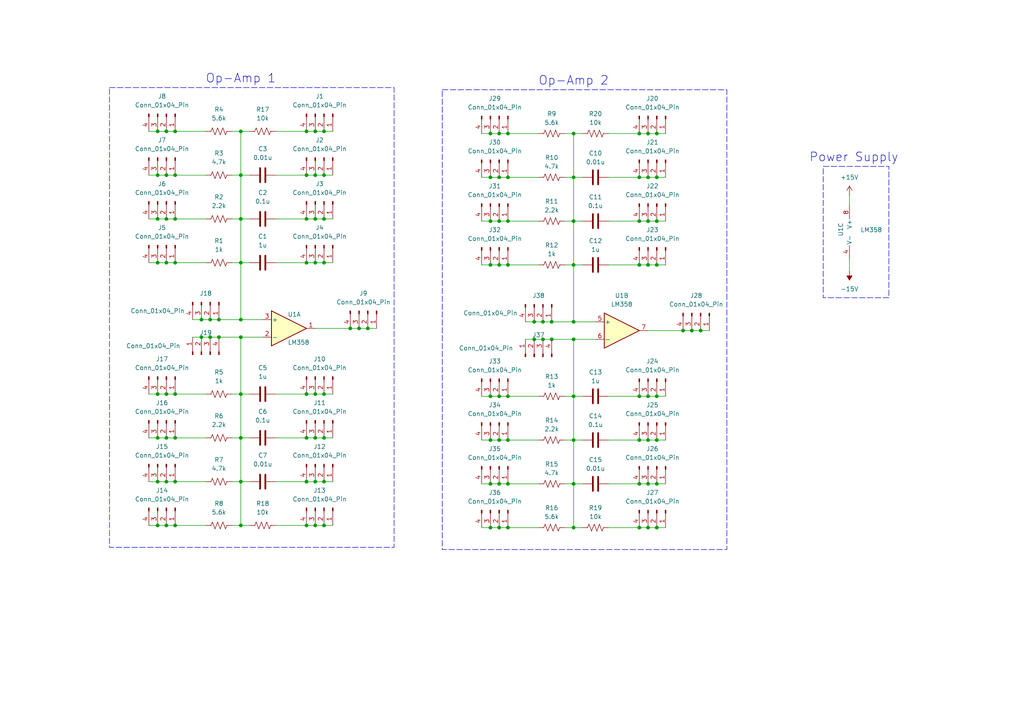
<source format=kicad_sch>
(kicad_sch (version 20250114) (generator "eeschema") (generator_version "9.0")
  (paper "A4")
  (title_block (title "Full Op-Amp"))
  (lib_symbols
    (symbol "Amplifier_Operational:LM358" (pin_names (offset 0.127))
      (property "Reference" "U" (at 0 5.08 0))
      (property "Value" "LM358" (at 0 -5.08 0))
      (symbol "LM358_1_1"
        (polyline (pts (xy -5.08 5.08) (xy 5.08 0) (xy -5.08 -5.08) (xy -5.08 5.08)) (stroke (width 0.254)) (fill (type background)))
        (pin input line (at -7.62 2.54 0) (length 2.54) (name "+") (number "3"))
        (pin input line (at -7.62 -2.54 0) (length 2.54) (name "-") (number "2"))
        (pin output line (at 7.62 0 180) (length 2.54) (name "~") (number "1"))
      )
      (symbol "LM358_2_1"
        (polyline (pts (xy -5.08 5.08) (xy 5.08 0) (xy -5.08 -5.08) (xy -5.08 5.08)) (stroke (width 0.254)) (fill (type background)))
        (pin input line (at -7.62 2.54 0) (length 2.54) (name "+") (number "5"))
        (pin input line (at -7.62 -2.54 0) (length 2.54) (name "-") (number "6"))
        (pin output line (at 7.62 0 180) (length 2.54) (name "~") (number "7"))
      )
      (symbol "LM358_3_1"
        (pin power_in line (at -2.54 7.62 270) (length 3.81) (name "V+") (number "8"))
        (pin power_in line (at -2.54 -7.62 90) (length 3.81) (name "V-") (number "4"))
      )
    )
    (symbol "Connector:Conn_01x04_Pin" (pin_names (offset 1.016) (hide yes))
      (property "Reference" "J" (at 0 5.08 0))
      (property "Value" "Conn_01x04_Pin" (at 0 -7.62 0))
      (symbol "Conn_01x04_Pin_1_1"
        (rectangle (start 0.8636 2.667) (end 0 2.413) (stroke (width 0.1524)) (fill (type outline)))
        (rectangle (start 0.8636 0.127) (end 0 -0.127) (stroke (width 0.1524)) (fill (type outline)))
        (rectangle (start 0.8636 -2.413) (end 0 -2.667) (stroke (width 0.1524)) (fill (type outline)))
        (rectangle (start 0.8636 -4.953) (end 0 -5.207) (stroke (width 0.1524)) (fill (type outline)))
        (polyline (pts (xy 1.27 2.54) (xy 0.8636 2.54)) (stroke (width 0.1524)))
        (polyline (pts (xy 1.27 0) (xy 0.8636 0)) (stroke (width 0.1524)))
        (polyline (pts (xy 1.27 -2.54) (xy 0.8636 -2.54)) (stroke (width 0.1524)))
        (polyline (pts (xy 1.27 -5.08) (xy 0.8636 -5.08)) (stroke (width 0.1524)))
        (pin passive line (at 5.08 2.54 180) (length 3.81) (name "Pin_1") (number "1"))
        (pin passive line (at 5.08 0 180) (length 3.81) (name "Pin_2") (number "2"))
        (pin passive line (at 5.08 -2.54 180) (length 3.81) (name "Pin_3") (number "3"))
        (pin passive line (at 5.08 -5.08 180) (length 3.81) (name "Pin_4") (number "4"))
      )
    )
    (symbol "Device:C" (pin_numbers (hide yes)) (pin_names (offset 0.254))
      (property "Reference" "C" (at 0.635 2.54 0))
      (property "Value" "C" (at 0.635 -2.54 0))
      (symbol "C_0_1"
        (polyline (pts (xy -2.032 0.762) (xy 2.032 0.762)) (stroke (width 0.508)))
        (polyline (pts (xy -2.032 -0.762) (xy 2.032 -0.762)) (stroke (width 0.508)))
      )
      (symbol "C_1_1"
        (pin passive line (at 0 3.81 270) (length 2.794) (name "~") (number "1"))
        (pin passive line (at 0 -3.81 90) (length 2.794) (name "~") (number "2"))
      )
    )
    (symbol "Device:R_US" (pin_numbers (hide yes)) (pin_names (offset 0))
      (property "Reference" "R" (at 2.54 0 90))
      (property "Value" "R_US" (at -2.54 0 90))
      (symbol "R_US_0_1"
        (polyline (pts (xy 0 2.286) (xy 0 2.54)))
        (polyline (pts (xy 0 2.286) (xy 1.016 1.905) (xy 0 1.524) (xy -1.016 1.143) (xy 0 0.762)))
        (polyline (pts (xy 0 0.762) (xy 1.016 0.381) (xy 0 0) (xy -1.016 -0.381) (xy 0 -0.762)))
        (polyline (pts (xy 0 -0.762) (xy 1.016 -1.143) (xy 0 -1.524) (xy -1.016 -1.905) (xy 0 -2.286)))
        (polyline (pts (xy 0 -2.286) (xy 0 -2.54)))
      )
      (symbol "R_US_1_1"
        (pin passive line (at 0 3.81 270) (length 1.27) (name "~") (number "1"))
        (pin passive line (at 0 -3.81 90) (length 1.27) (name "~") (number "2"))
      )
    )
    (symbol "power:+15V" (power) (pin_numbers (hide yes)) (pin_names (offset 0) (hide yes))
      (property "Value" "+15V" (at 0 3.556 0))
      (symbol "+15V_0_1"
        (polyline (pts (xy -0.762 1.27) (xy 0 2.54)))
        (polyline (pts (xy 0 2.54) (xy 0.762 1.27)))
        (polyline (pts (xy 0 0) (xy 0 2.54)))
      )
      (symbol "+15V_1_1"
        (pin power_in line (at 0 0 90) (length 0) (name "~") (number "1"))
      )
    )
    (symbol "power:-15V" (power) (pin_numbers (hide yes)) (pin_names (offset 0) (hide yes))
      (property "Value" "-15V" (at 0 3.556 0))
      (symbol "-15V_0_0"
        (pin power_in line (at 0 0 90) (length 0) (name "~") (number "1"))
      )
      (symbol "-15V_0_1"
        (polyline (pts (xy 0 0) (xy 0 1.27) (xy 0.762 1.27) (xy 0 2.54) (xy -0.762 1.27) (xy 0 1.27)) (fill (type outline)))
      )
    )
  )
  (rectangle (start 31.75 25.4) (end 114.3 158.75) (stroke (width 0) (type dash)))
  (rectangle (start 128.27 26.035) (end 210.82 159.385) (stroke (width 0) (type dash)))
  (rectangle (start 257.81 48.26) (end 238.76 86.36) (stroke (width 0) (type dash)))
  (text "Power Supply\n" (at 247.65 45.72 0) (effects (font (size 2.54 2.54))))
  (text "Op-Amp 1" (at 69.85 22.86 0) (effects (font (size 2.54 2.54))))
  (text "Op-Amp 2\n" (at 166.37 23.495 0) (effects (font (size 2.54 2.54))))
  (junction (at 142.24 38.735))
  (junction (at 91.44 76.2))
  (junction (at 50.8 139.7))
  (junction (at 69.85 127))
  (junction (at 142.24 64.135))
  (junction (at 144.78 76.835))
  (junction (at 185.42 127.635))
  (junction (at 166.37 98.425))
  (junction (at 187.96 127.635))
  (junction (at 45.72 50.8))
  (junction (at 93.98 38.1))
  (junction (at 142.24 127.635))
  (junction (at 187.96 153.035))
  (junction (at 190.5 51.435))
  (junction (at 88.9 63.5))
  (junction (at 69.85 38.1))
  (junction (at 200.66 95.885))
  (junction (at 166.37 127.635))
  (junction (at 88.9 114.3))
  (junction (at 58.42 97.79))
  (junction (at 88.9 50.8))
  (junction (at 166.37 140.335))
  (junction (at 91.44 50.8))
  (junction (at 166.37 76.835))
  (junction (at 187.96 76.835))
  (junction (at 60.96 97.79))
  (junction (at 48.26 114.3))
  (junction (at 93.98 139.7))
  (junction (at 50.8 38.1))
  (junction (at 166.37 64.135))
  (junction (at 91.44 38.1))
  (junction (at 144.78 127.635))
  (junction (at 190.5 153.035))
  (junction (at 88.9 38.1))
  (junction (at 142.24 114.935))
  (junction (at 190.5 114.935))
  (junction (at 48.26 50.8))
  (junction (at 69.85 139.7))
  (junction (at 91.44 63.5))
  (junction (at 88.9 139.7))
  (junction (at 166.37 51.435))
  (junction (at 48.26 76.2))
  (junction (at 69.85 63.5))
  (junction (at 50.8 63.5))
  (junction (at 45.72 152.4))
  (junction (at 48.26 38.1))
  (junction (at 48.26 139.7))
  (junction (at 144.78 153.035))
  (junction (at 106.68 95.25))
  (junction (at 147.32 114.935))
  (junction (at 187.96 114.935))
  (junction (at 147.32 64.135))
  (junction (at 45.72 63.5))
  (junction (at 147.32 38.735))
  (junction (at 69.85 97.79))
  (junction (at 48.26 152.4))
  (junction (at 154.94 93.345))
  (junction (at 93.98 76.2))
  (junction (at 187.96 51.435))
  (junction (at 142.24 76.835))
  (junction (at 88.9 76.2))
  (junction (at 190.5 64.135))
  (junction (at 45.72 127))
  (junction (at 160.02 98.425))
  (junction (at 187.96 64.135))
  (junction (at 157.48 93.345))
  (junction (at 190.5 76.835))
  (junction (at 101.6 95.25))
  (junction (at 93.98 63.5))
  (junction (at 69.85 152.4))
  (junction (at 147.32 76.835))
  (junction (at 187.96 38.735))
  (junction (at 144.78 140.335))
  (junction (at 166.37 153.035))
  (junction (at 166.37 93.345))
  (junction (at 147.32 153.035))
  (junction (at 91.44 152.4))
  (junction (at 63.5 97.79))
  (junction (at 88.9 127))
  (junction (at 93.98 50.8))
  (junction (at 198.12 95.885))
  (junction (at 88.9 152.4))
  (junction (at 93.98 127))
  (junction (at 185.42 140.335))
  (junction (at 48.26 63.5))
  (junction (at 69.85 76.2))
  (junction (at 69.85 50.8))
  (junction (at 63.5 92.71))
  (junction (at 69.85 92.71))
  (junction (at 154.94 98.425))
  (junction (at 69.85 114.3))
  (junction (at 190.5 140.335))
  (junction (at 45.72 76.2))
  (junction (at 185.42 114.935))
  (junction (at 185.42 64.135))
  (junction (at 93.98 114.3))
  (junction (at 166.37 114.935))
  (junction (at 142.24 51.435))
  (junction (at 45.72 139.7))
  (junction (at 50.8 152.4))
  (junction (at 60.96 92.71))
  (junction (at 93.98 152.4))
  (junction (at 142.24 153.035))
  (junction (at 147.32 51.435))
  (junction (at 157.48 98.425))
  (junction (at 185.42 153.035))
  (junction (at 58.42 92.71))
  (junction (at 160.02 93.345))
  (junction (at 142.24 140.335))
  (junction (at 91.44 127))
  (junction (at 190.5 127.635))
  (junction (at 144.78 51.435))
  (junction (at 104.14 95.25))
  (junction (at 48.26 127))
  (junction (at 50.8 50.8))
  (junction (at 144.78 38.735))
  (junction (at 45.72 38.1))
  (junction (at 147.32 127.635))
  (junction (at 91.44 114.3))
  (junction (at 166.37 38.735))
  (junction (at 50.8 127))
  (junction (at 144.78 114.935))
  (junction (at 45.72 114.3))
  (junction (at 203.2 95.885))
  (junction (at 187.96 140.335))
  (junction (at 190.5 38.735))
  (junction (at 50.8 76.2))
  (junction (at 185.42 51.435))
  (junction (at 185.42 76.835))
  (junction (at 144.78 64.135))
  (junction (at 91.44 139.7))
  (junction (at 50.8 114.3))
  (junction (at 147.32 140.335))
  (junction (at 185.42 38.735))
  (wire (pts (xy 69.85 92.71) (xy 76.2 92.71)))
  (wire (pts (xy 45.72 63.5) (xy 48.26 63.5)))
  (wire (pts (xy 176.53 64.135) (xy 185.42 64.135)))
  (wire (pts (xy 67.31 152.4) (xy 69.85 152.4)))
  (wire (pts (xy 144.78 153.035) (xy 147.32 153.035)))
  (wire (pts (xy 50.8 127) (xy 59.69 127)))
  (wire (pts (xy 176.53 114.935) (xy 185.42 114.935)))
  (wire (pts (xy 246.38 78.74) (xy 246.38 74.93)))
  (wire (pts (xy 185.42 64.135) (xy 187.96 64.135)))
  (wire (pts (xy 43.18 139.7) (xy 45.72 139.7)))
  (wire (pts (xy 43.18 127) (xy 45.72 127)))
  (wire (pts (xy 147.32 38.735) (xy 156.21 38.735)))
  (wire (pts (xy 190.5 76.835) (xy 193.04 76.835)))
  (wire (pts (xy 139.7 51.435) (xy 142.24 51.435)))
  (wire (pts (xy 187.96 76.835) (xy 190.5 76.835)))
  (wire (pts (xy 147.32 140.335) (xy 156.21 140.335)))
  (wire (pts (xy 48.26 38.1) (xy 50.8 38.1)))
  (wire (pts (xy 67.31 76.2) (xy 69.85 76.2)))
  (wire (pts (xy 166.37 76.835) (xy 168.91 76.835)))
  (wire (pts (xy 80.01 139.7) (xy 88.9 139.7)))
  (wire (pts (xy 60.96 97.79) (xy 63.5 97.79)))
  (wire (pts (xy 67.31 50.8) (xy 69.85 50.8)))
  (wire (pts (xy 163.83 76.835) (xy 166.37 76.835)))
  (wire (pts (xy 163.83 38.735) (xy 166.37 38.735)))
  (wire (pts (xy 187.96 64.135) (xy 190.5 64.135)))
  (wire (pts (xy 139.7 140.335) (xy 142.24 140.335)))
  (wire (pts (xy 69.85 63.5) (xy 72.39 63.5)))
  (wire (pts (xy 91.44 50.8) (xy 93.98 50.8)))
  (wire (pts (xy 80.01 114.3) (xy 88.9 114.3)))
  (wire (pts (xy 58.42 97.79) (xy 60.96 97.79)))
  (wire (pts (xy 203.2 95.885) (xy 205.74 95.885)))
  (wire (pts (xy 185.42 140.335) (xy 187.96 140.335)))
  (wire (pts (xy 67.31 38.1) (xy 69.85 38.1)))
  (wire (pts (xy 142.24 51.435) (xy 144.78 51.435)))
  (wire (pts (xy 69.85 114.3) (xy 72.39 114.3)))
  (wire (pts (xy 190.5 64.135) (xy 193.04 64.135)))
  (wire (pts (xy 144.78 38.735) (xy 147.32 38.735)))
  (wire (pts (xy 144.78 127.635) (xy 147.32 127.635)))
  (wire (pts (xy 190.5 127.635) (xy 193.04 127.635)))
  (wire (pts (xy 166.37 140.335) (xy 166.37 153.035)))
  (wire (pts (xy 187.96 95.885) (xy 198.12 95.885)))
  (wire (pts (xy 69.85 127) (xy 72.39 127)))
  (wire (pts (xy 142.24 64.135) (xy 144.78 64.135)))
  (wire (pts (xy 185.42 51.435) (xy 187.96 51.435)))
  (wire (pts (xy 190.5 51.435) (xy 193.04 51.435)))
  (wire (pts (xy 163.83 51.435) (xy 166.37 51.435)))
  (wire (pts (xy 67.31 114.3) (xy 69.85 114.3)))
  (wire (pts (xy 88.9 38.1) (xy 91.44 38.1)))
  (wire (pts (xy 200.66 95.885) (xy 203.2 95.885)))
  (wire (pts (xy 185.42 127.635) (xy 187.96 127.635)))
  (wire (pts (xy 160.02 98.425) (xy 166.37 98.425)))
  (wire (pts (xy 50.8 50.8) (xy 59.69 50.8)))
  (wire (pts (xy 69.85 97.79) (xy 76.2 97.79)))
  (wire (pts (xy 69.85 127) (xy 69.85 139.7)))
  (wire (pts (xy 166.37 140.335) (xy 168.91 140.335)))
  (wire (pts (xy 80.01 50.8) (xy 88.9 50.8)))
  (wire (pts (xy 185.42 153.035) (xy 187.96 153.035)))
  (wire (pts (xy 166.37 76.835) (xy 166.37 93.345)))
  (wire (pts (xy 69.85 50.8) (xy 72.39 50.8)))
  (wire (pts (xy 50.8 152.4) (xy 59.69 152.4)))
  (wire (pts (xy 58.42 92.71) (xy 60.96 92.71)))
  (wire (pts (xy 43.18 114.3) (xy 45.72 114.3)))
  (wire (pts (xy 48.26 139.7) (xy 50.8 139.7)))
  (wire (pts (xy 80.01 38.1) (xy 88.9 38.1)))
  (wire (pts (xy 187.96 51.435) (xy 190.5 51.435)))
  (wire (pts (xy 166.37 114.935) (xy 168.91 114.935)))
  (wire (pts (xy 139.7 38.735) (xy 142.24 38.735)))
  (wire (pts (xy 190.5 114.935) (xy 193.04 114.935)))
  (wire (pts (xy 147.32 127.635) (xy 156.21 127.635)))
  (wire (pts (xy 69.85 76.2) (xy 69.85 92.71)))
  (wire (pts (xy 147.32 153.035) (xy 156.21 153.035)))
  (wire (pts (xy 166.37 98.425) (xy 172.72 98.425)))
  (wire (pts (xy 144.78 76.835) (xy 147.32 76.835)))
  (wire (pts (xy 176.53 76.835) (xy 185.42 76.835)))
  (wire (pts (xy 93.98 127) (xy 96.52 127)))
  (wire (pts (xy 93.98 139.7) (xy 96.52 139.7)))
  (wire (pts (xy 69.85 50.8) (xy 69.85 63.5)))
  (wire (pts (xy 88.9 152.4) (xy 91.44 152.4)))
  (wire (pts (xy 48.26 50.8) (xy 50.8 50.8)))
  (wire (pts (xy 166.37 98.425) (xy 166.37 114.935)))
  (wire (pts (xy 91.44 114.3) (xy 93.98 114.3)))
  (wire (pts (xy 190.5 38.735) (xy 193.04 38.735)))
  (wire (pts (xy 185.42 76.835) (xy 187.96 76.835)))
  (wire (pts (xy 50.8 114.3) (xy 59.69 114.3)))
  (wire (pts (xy 154.94 93.345) (xy 157.48 93.345)))
  (wire (pts (xy 69.85 139.7) (xy 72.39 139.7)))
  (wire (pts (xy 142.24 114.935) (xy 144.78 114.935)))
  (wire (pts (xy 69.85 152.4) (xy 72.39 152.4)))
  (wire (pts (xy 88.9 127) (xy 91.44 127)))
  (wire (pts (xy 50.8 76.2) (xy 59.69 76.2)))
  (wire (pts (xy 190.5 153.035) (xy 193.04 153.035)))
  (wire (pts (xy 67.31 139.7) (xy 69.85 139.7)))
  (wire (pts (xy 166.37 51.435) (xy 168.91 51.435)))
  (wire (pts (xy 50.8 38.1) (xy 59.69 38.1)))
  (wire (pts (xy 166.37 38.735) (xy 168.91 38.735)))
  (wire (pts (xy 176.53 127.635) (xy 185.42 127.635)))
  (wire (pts (xy 187.96 38.735) (xy 190.5 38.735)))
  (wire (pts (xy 69.85 38.1) (xy 69.85 50.8)))
  (wire (pts (xy 166.37 114.935) (xy 166.37 127.635)))
  (wire (pts (xy 43.18 76.2) (xy 45.72 76.2)))
  (wire (pts (xy 48.26 127) (xy 50.8 127)))
  (wire (pts (xy 139.7 153.035) (xy 142.24 153.035)))
  (wire (pts (xy 88.9 63.5) (xy 91.44 63.5)))
  (wire (pts (xy 166.37 64.135) (xy 166.37 76.835)))
  (wire (pts (xy 144.78 140.335) (xy 147.32 140.335)))
  (wire (pts (xy 176.53 51.435) (xy 185.42 51.435)))
  (wire (pts (xy 139.7 64.135) (xy 142.24 64.135)))
  (wire (pts (xy 45.72 38.1) (xy 48.26 38.1)))
  (wire (pts (xy 69.85 76.2) (xy 72.39 76.2)))
  (wire (pts (xy 142.24 38.735) (xy 144.78 38.735)))
  (wire (pts (xy 163.83 114.935) (xy 166.37 114.935)))
  (wire (pts (xy 147.32 76.835) (xy 156.21 76.835)))
  (wire (pts (xy 142.24 153.035) (xy 144.78 153.035)))
  (wire (pts (xy 139.7 76.835) (xy 142.24 76.835)))
  (wire (pts (xy 93.98 63.5) (xy 96.52 63.5)))
  (wire (pts (xy 106.68 95.25) (xy 109.22 95.25)))
  (wire (pts (xy 163.83 127.635) (xy 166.37 127.635)))
  (wire (pts (xy 152.4 98.425) (xy 154.94 98.425)))
  (wire (pts (xy 190.5 140.335) (xy 193.04 140.335)))
  (wire (pts (xy 185.42 114.935) (xy 187.96 114.935)))
  (wire (pts (xy 88.9 76.2) (xy 91.44 76.2)))
  (wire (pts (xy 80.01 63.5) (xy 88.9 63.5)))
  (wire (pts (xy 43.18 38.1) (xy 45.72 38.1)))
  (wire (pts (xy 88.9 114.3) (xy 91.44 114.3)))
  (wire (pts (xy 166.37 64.135) (xy 168.91 64.135)))
  (wire (pts (xy 55.88 97.79) (xy 58.42 97.79)))
  (wire (pts (xy 67.31 127) (xy 69.85 127)))
  (wire (pts (xy 43.18 63.5) (xy 45.72 63.5)))
  (wire (pts (xy 176.53 38.735) (xy 185.42 38.735)))
  (wire (pts (xy 187.96 114.935) (xy 190.5 114.935)))
  (wire (pts (xy 142.24 127.635) (xy 144.78 127.635)))
  (wire (pts (xy 187.96 127.635) (xy 190.5 127.635)))
  (wire (pts (xy 45.72 152.4) (xy 48.26 152.4)))
  (wire (pts (xy 45.72 139.7) (xy 48.26 139.7)))
  (wire (pts (xy 69.85 63.5) (xy 69.85 76.2)))
  (wire (pts (xy 160.02 93.345) (xy 166.37 93.345)))
  (wire (pts (xy 147.32 51.435) (xy 156.21 51.435)))
  (wire (pts (xy 166.37 93.345) (xy 172.72 93.345)))
  (wire (pts (xy 48.26 76.2) (xy 50.8 76.2)))
  (wire (pts (xy 93.98 50.8) (xy 96.52 50.8)))
  (wire (pts (xy 246.38 56.515) (xy 246.38 59.69)))
  (wire (pts (xy 48.26 152.4) (xy 50.8 152.4)))
  (wire (pts (xy 187.96 153.035) (xy 190.5 153.035)))
  (wire (pts (xy 45.72 76.2) (xy 48.26 76.2)))
  (wire (pts (xy 60.96 92.71) (xy 63.5 92.71)))
  (wire (pts (xy 163.83 153.035) (xy 166.37 153.035)))
  (wire (pts (xy 166.37 38.735) (xy 166.37 51.435)))
  (wire (pts (xy 69.85 139.7) (xy 69.85 152.4)))
  (wire (pts (xy 176.53 153.035) (xy 185.42 153.035)))
  (wire (pts (xy 152.4 93.345) (xy 154.94 93.345)))
  (wire (pts (xy 48.26 114.3) (xy 50.8 114.3)))
  (wire (pts (xy 166.37 51.435) (xy 166.37 64.135)))
  (wire (pts (xy 166.37 127.635) (xy 168.91 127.635)))
  (wire (pts (xy 144.78 64.135) (xy 147.32 64.135)))
  (wire (pts (xy 69.85 97.79) (xy 69.85 114.3)))
  (wire (pts (xy 91.44 63.5) (xy 93.98 63.5)))
  (wire (pts (xy 157.48 98.425) (xy 160.02 98.425)))
  (wire (pts (xy 91.44 38.1) (xy 93.98 38.1)))
  (wire (pts (xy 93.98 76.2) (xy 96.52 76.2)))
  (wire (pts (xy 166.37 153.035) (xy 168.91 153.035)))
  (wire (pts (xy 50.8 63.5) (xy 59.69 63.5)))
  (wire (pts (xy 147.32 64.135) (xy 156.21 64.135)))
  (wire (pts (xy 80.01 76.2) (xy 88.9 76.2)))
  (wire (pts (xy 91.44 95.25) (xy 101.6 95.25)))
  (wire (pts (xy 185.42 38.735) (xy 187.96 38.735)))
  (wire (pts (xy 139.7 114.935) (xy 142.24 114.935)))
  (wire (pts (xy 157.48 93.345) (xy 160.02 93.345)))
  (wire (pts (xy 63.5 97.79) (xy 69.85 97.79)))
  (wire (pts (xy 163.83 64.135) (xy 166.37 64.135)))
  (wire (pts (xy 69.85 38.1) (xy 72.39 38.1)))
  (wire (pts (xy 67.31 63.5) (xy 69.85 63.5)))
  (wire (pts (xy 48.26 63.5) (xy 50.8 63.5)))
  (wire (pts (xy 69.85 114.3) (xy 69.85 127)))
  (wire (pts (xy 176.53 140.335) (xy 185.42 140.335)))
  (wire (pts (xy 45.72 50.8) (xy 48.26 50.8)))
  (wire (pts (xy 43.18 50.8) (xy 45.72 50.8)))
  (wire (pts (xy 104.14 95.25) (xy 106.68 95.25)))
  (wire (pts (xy 198.12 95.885) (xy 200.66 95.885)))
  (wire (pts (xy 91.44 127) (xy 93.98 127)))
  (wire (pts (xy 91.44 139.7) (xy 93.98 139.7)))
  (wire (pts (xy 88.9 139.7) (xy 91.44 139.7)))
  (wire (pts (xy 45.72 114.3) (xy 48.26 114.3)))
  (wire (pts (xy 144.78 114.935) (xy 147.32 114.935)))
  (wire (pts (xy 50.8 139.7) (xy 59.69 139.7)))
  (wire (pts (xy 63.5 92.71) (xy 69.85 92.71)))
  (wire (pts (xy 91.44 76.2) (xy 93.98 76.2)))
  (wire (pts (xy 43.18 152.4) (xy 45.72 152.4)))
  (wire (pts (xy 144.78 51.435) (xy 147.32 51.435)))
  (wire (pts (xy 142.24 76.835) (xy 144.78 76.835)))
  (wire (pts (xy 166.37 127.635) (xy 166.37 140.335)))
  (wire (pts (xy 91.44 152.4) (xy 93.98 152.4)))
  (wire (pts (xy 88.9 50.8) (xy 91.44 50.8)))
  (wire (pts (xy 55.88 92.71) (xy 58.42 92.71)))
  (wire (pts (xy 154.94 98.425) (xy 157.48 98.425)))
  (wire (pts (xy 187.96 140.335) (xy 190.5 140.335)))
  (wire (pts (xy 45.72 127) (xy 48.26 127)))
  (wire (pts (xy 93.98 114.3) (xy 96.52 114.3)))
  (wire (pts (xy 163.83 140.335) (xy 166.37 140.335)))
  (wire (pts (xy 139.7 127.635) (xy 142.24 127.635)))
  (wire (pts (xy 93.98 38.1) (xy 96.52 38.1)))
  (wire (pts (xy 101.6 95.25) (xy 104.14 95.25)))
  (wire (pts (xy 80.01 127) (xy 88.9 127)))
  (wire (pts (xy 142.24 140.335) (xy 144.78 140.335)))
  (wire (pts (xy 147.32 114.935) (xy 156.21 114.935)))
  (wire (pts (xy 93.98 152.4) (xy 96.52 152.4)))
  (wire (pts (xy 80.01 152.4) (xy 88.9 152.4)))
  (symbol (lib_id "Connector:Conn_01x04_Pin") (at 48.26 121.92 270) (unit 1)
    (property "Reference" "J16" (at 46.99 116.84 90))
    (property "Value" "Conn_01x04_Pin" (at 46.99 119.38 90))
    (property "Footprint" "Connector_PinHeader_2.54mm:PinHeader_1x04_P2.54mm_Vertical" (effects (hide yes)))
    (property "Description" "Generic connector, single row, 01x04, script generated" (effects (hide yes)))
  )
  (symbol (lib_id "Connector:Conn_01x04_Pin") (at 144.78 147.955 270) (unit 1)
    (property "Reference" "J36" (at 143.51 142.875 90))
    (property "Value" "Conn_01x04_Pin" (at 143.51 145.415 90))
    (property "Footprint" "Connector_PinHeader_2.54mm:PinHeader_1x04_P2.54mm_Vertical" (effects (hide yes)))
    (property "Description" "Generic connector, single row, 01x04, script generated" (effects (hide yes)))
  )
  (symbol (lib_id "Device:R_US") (at 63.5 127 90) (unit 1)
    (property "Reference" "R6" (at 63.5 120.65 90))
    (property "Value" "2.2k" (at 63.5 123.19 90))
    (property "Footprint" "Resistor_THT:R_Axial_DIN0207_L6.3mm_D2.5mm_P10.16mm_Horizontal" (effects (hide yes)))
    (property "Description" "Resistor, US symbol" (effects (hide yes)))
  )
  (symbol (lib_id "Device:R_US") (at 160.02 38.735 90) (unit 1)
    (property "Reference" "R9" (at 160.02 33.02 90))
    (property "Value" "5.6k" (at 160.02 35.56 90))
    (property "Footprint" "Resistor_THT:R_Axial_DIN0207_L6.3mm_D2.5mm_P10.16mm_Horizontal" (effects (hide yes)))
    (property "Description" "Resistor, US symbol" (effects (hide yes)))
  )
  (symbol (lib_id "Device:C") (at 172.72 76.835 90) (unit 1)
    (property "Reference" "C12" (at 172.72 69.85 90))
    (property "Value" "1u" (at 172.72 72.39 90))
    (property "Footprint" "Capacitor_SMD:C_0805_2012Metric_Pad1.18x1.45mm_HandSolder" (effects (hide yes)))
    (property "Description" "Unpolarized capacitor" (effects (hide yes)))
  )
  (symbol (lib_id "Connector:Conn_01x04_Pin") (at 48.26 147.32 270) (unit 1)
    (property "Reference" "J14" (at 46.99 142.24 90))
    (property "Value" "Conn_01x04_Pin" (at 46.99 144.78 90))
    (property "Footprint" "Connector_PinHeader_2.54mm:PinHeader_1x04_P2.54mm_Vertical" (effects (hide yes)))
    (property "Description" "Generic connector, single row, 01x04, script generated" (effects (hide yes)))
  )
  (symbol (lib_id "Connector:Conn_01x04_Pin") (at 144.78 59.055 270) (unit 1)
    (property "Reference" "J31" (at 143.51 53.975 90))
    (property "Value" "Conn_01x04_Pin" (at 143.51 56.515 90))
    (property "Footprint" "Connector_PinHeader_2.54mm:PinHeader_1x04_P2.54mm_Vertical" (effects (hide yes)))
    (property "Description" "Generic connector, single row, 01x04, script generated" (effects (hide yes)))
  )
  (symbol (lib_id "Connector:Conn_01x04_Pin") (at 203.2 90.805 270) (unit 1)
    (property "Reference" "J28" (at 201.93 85.725 90))
    (property "Value" "Conn_01x04_Pin" (at 201.93 88.265 90))
    (property "Footprint" "Connector_PinHeader_2.54mm:PinHeader_1x04_P2.54mm_Vertical" (effects (hide yes)))
    (property "Description" "Generic connector, single row, 01x04, script generated" (effects (hide yes)))
  )
  (symbol (lib_id "Device:R_US") (at 160.02 114.935 90) (unit 1)
    (property "Reference" "R13" (at 160.02 109.22 90))
    (property "Value" "1k" (at 160.02 111.76 90))
    (property "Footprint" "Resistor_THT:R_Axial_DIN0207_L6.3mm_D2.5mm_P10.16mm_Horizontal" (effects (hide yes)))
    (property "Description" "Resistor, US symbol" (effects (hide yes)))
  )
  (symbol (lib_id "Device:R_US") (at 63.5 139.7 90) (unit 1)
    (property "Reference" "R7" (at 63.5 133.35 90))
    (property "Value" "4.7k" (at 63.5 135.89 90))
    (property "Footprint" "Resistor_THT:R_Axial_DIN0207_L6.3mm_D2.5mm_P10.16mm_Horizontal" (effects (hide yes)))
    (property "Description" "Resistor, US symbol" (effects (hide yes)))
  )
  (symbol (lib_id "Connector:Conn_01x04_Pin") (at 93.98 134.62 270) (unit 1)
    (property "Reference" "J12" (at 92.71 129.54 90))
    (property "Value" "Conn_01x04_Pin" (at 92.71 132.08 90))
    (property "Footprint" "Connector_PinHeader_2.54mm:PinHeader_1x04_P2.54mm_Vertical" (effects (hide yes)))
    (property "Description" "Generic connector, single row, 01x04, script generated" (effects (hide yes)))
  )
  (symbol (lib_id "Device:C") (at 76.2 63.5 90) (unit 1)
    (property "Reference" "C2" (at 76.2 55.88 90))
    (property "Value" "0.1u" (at 76.2 58.42 90))
    (property "Footprint" "Capacitor_SMD:C_0805_2012Metric_Pad1.18x1.45mm_HandSolder" (effects (hide yes)))
    (property "Description" "Unpolarized capacitor" (effects (hide yes)))
  )
  (symbol (lib_id "Amplifier_Operational:LM358") (at 180.34 95.885 0) (unit 2)
    (property "Reference" "U1" (at 180.34 85.725 0))
    (property "Value" "LM358" (at 180.34 88.265 0))
    (property "Footprint" "Package_DIP:DIP-8_W7.62mm_LongPads" (effects (hide yes)))
    (property "Datasheet" "http://www.ti.com/lit/ds/symlink/lm2904-n.pdf" (effects (hide yes)))
    (property "Description" "Low-Power, Dual Operational Amplifiers, DIP-8/SOIC-8/TO-99-8" (effects (hide yes)))
  )
  (symbol (lib_id "Connector:Conn_01x04_Pin") (at 93.98 147.32 270) (unit 1)
    (property "Reference" "J13" (at 92.71 142.24 90))
    (property "Value" "Conn_01x04_Pin" (at 92.71 144.78 90))
    (property "Footprint" "Connector_PinHeader_2.54mm:PinHeader_1x04_P2.54mm_Vertical" (effects (hide yes)))
    (property "Description" "Generic connector, single row, 01x04, script generated" (effects (hide yes)))
  )
  (symbol (lib_id "Connector:Conn_01x04_Pin") (at 190.5 109.855 270) (unit 1)
    (property "Reference" "J24" (at 189.23 104.775 90))
    (property "Value" "Conn_01x04_Pin" (at 189.23 107.315 90))
    (property "Footprint" "Connector_PinHeader_2.54mm:PinHeader_1x04_P2.54mm_Vertical" (effects (hide yes)))
    (property "Description" "Generic connector, single row, 01x04, script generated" (effects (hide yes)))
  )
  (symbol (lib_id "Device:R_US") (at 160.02 153.035 90) (unit 1)
    (property "Reference" "R16" (at 160.02 147.32 90))
    (property "Value" "5.6k" (at 160.02 149.86 90))
    (property "Footprint" "Resistor_THT:R_Axial_DIN0207_L6.3mm_D2.5mm_P10.16mm_Horizontal" (effects (hide yes)))
    (property "Description" "Resistor, US symbol" (effects (hide yes)))
  )
  (symbol (lib_id "Device:R_US") (at 63.5 50.8 90) (unit 1)
    (property "Reference" "R3" (at 63.5 44.45 90))
    (property "Value" "4.7k" (at 63.5 46.99 90))
    (property "Footprint" "Resistor_THT:R_Axial_DIN0207_L6.3mm_D2.5mm_P10.16mm_Horizontal" (effects (hide yes)))
    (property "Description" "Resistor, US symbol" (effects (hide yes)))
  )
  (symbol (lib_id "Connector:Conn_01x04_Pin") (at 144.78 71.755 270) (unit 1)
    (property "Reference" "J32" (at 143.51 66.675 90))
    (property "Value" "Conn_01x04_Pin" (at 143.51 69.215 90))
    (property "Footprint" "Connector_PinHeader_2.54mm:PinHeader_1x04_P2.54mm_Vertical" (effects (hide yes)))
    (property "Description" "Generic connector, single row, 01x04, script generated" (effects (hide yes)))
  )
  (symbol (lib_id "Device:C") (at 76.2 114.3 90) (unit 1)
    (property "Reference" "C5" (at 76.2 106.68 90))
    (property "Value" "1u" (at 76.2 109.22 90))
    (property "Footprint" "Capacitor_SMD:C_0805_2012Metric_Pad1.18x1.45mm_HandSolder" (effects (hide yes)))
    (property "Description" "Unpolarized capacitor" (effects (hide yes)))
  )
  (symbol (lib_id "Connector:Conn_01x04_Pin") (at 190.5 147.955 270) (unit 1)
    (property "Reference" "J27" (at 189.23 142.875 90))
    (property "Value" "Conn_01x04_Pin" (at 189.23 145.415 90))
    (property "Footprint" "Connector_PinHeader_2.54mm:PinHeader_1x04_P2.54mm_Vertical" (effects (hide yes)))
    (property "Description" "Generic connector, single row, 01x04, script generated" (effects (hide yes)))
  )
  (symbol (lib_id "Connector:Conn_01x04_Pin") (at 190.5 122.555 270) (unit 1)
    (property "Reference" "J25" (at 189.23 117.475 90))
    (property "Value" "Conn_01x04_Pin" (at 189.23 120.015 90))
    (property "Footprint" "Connector_PinHeader_2.54mm:PinHeader_1x04_P2.54mm_Vertical" (effects (hide yes)))
    (property "Description" "Generic connector, single row, 01x04, script generated" (effects (hide yes)))
  )
  (symbol (lib_id "Connector:Conn_01x04_Pin") (at 190.5 71.755 270) (unit 1)
    (property "Reference" "J23" (at 189.23 66.675 90))
    (property "Value" "Conn_01x04_Pin" (at 189.23 69.215 90))
    (property "Footprint" "Connector_PinHeader_2.54mm:PinHeader_1x04_P2.54mm_Vertical" (effects (hide yes)))
    (property "Description" "Generic connector, single row, 01x04, script generated" (effects (hide yes)))
  )
  (symbol (lib_id "Connector:Conn_01x04_Pin") (at 93.98 58.42 270) (unit 1)
    (property "Reference" "J3" (at 92.71 53.34 90))
    (property "Value" "Conn_01x04_Pin" (at 92.71 55.88 90))
    (property "Footprint" "Connector_PinHeader_2.54mm:PinHeader_1x04_P2.54mm_Vertical" (effects (hide yes)))
    (property "Description" "Generic connector, single row, 01x04, script generated" (effects (hide yes)))
  )
  (symbol (lib_id "Connector:Conn_01x04_Pin") (at 190.5 46.355 270) (unit 1)
    (property "Reference" "J21" (at 189.23 41.275 90))
    (property "Value" "Conn_01x04_Pin" (at 189.23 43.815 90))
    (property "Footprint" "Connector_PinHeader_2.54mm:PinHeader_1x04_P2.54mm_Vertical" (effects (hide yes)))
    (property "Description" "Generic connector, single row, 01x04, script generated" (effects (hide yes)))
  )
  (symbol (lib_id "Connector:Conn_01x04_Pin") (at 48.26 71.12 270) (unit 1)
    (property "Reference" "J5" (at 46.99 66.04 90))
    (property "Value" "Conn_01x04_Pin" (at 46.99 68.58 90))
    (property "Footprint" "Connector_PinHeader_2.54mm:PinHeader_1x04_P2.54mm_Vertical" (effects (hide yes)))
    (property "Description" "Generic connector, single row, 01x04, script generated" (effects (hide yes)))
  )
  (symbol (lib_id "Device:R_US") (at 63.5 114.3 90) (unit 1)
    (property "Reference" "R5" (at 63.5 107.95 90))
    (property "Value" "1k" (at 63.5 110.49 90))
    (property "Footprint" "Resistor_THT:R_Axial_DIN0207_L6.3mm_D2.5mm_P10.16mm_Horizontal" (effects (hide yes)))
    (property "Description" "Resistor, US symbol" (effects (hide yes)))
  )
  (symbol (lib_id "Connector:Conn_01x04_Pin") (at 48.26 58.42 270) (unit 1)
    (property "Reference" "J6" (at 46.99 53.34 90))
    (property "Value" "Conn_01x04_Pin" (at 46.99 55.88 90))
    (property "Footprint" "Connector_PinHeader_2.54mm:PinHeader_1x04_P2.54mm_Vertical" (effects (hide yes)))
    (property "Description" "Generic connector, single row, 01x04, script generated" (effects (hide yes)))
  )
  (symbol (lib_id "Connector:Conn_01x04_Pin") (at 190.5 135.255 270) (unit 1)
    (property "Reference" "J26" (at 189.23 130.175 90))
    (property "Value" "Conn_01x04_Pin" (at 189.23 132.715 90))
    (property "Footprint" "Connector_PinHeader_2.54mm:PinHeader_1x04_P2.54mm_Vertical" (effects (hide yes)))
    (property "Description" "Generic connector, single row, 01x04, script generated" (effects (hide yes)))
  )
  (symbol (lib_id "Connector:Conn_01x04_Pin") (at 144.78 33.655 270) (unit 1)
    (property "Reference" "J29" (at 143.51 28.575 90))
    (property "Value" "Conn_01x04_Pin" (at 143.51 31.115 90))
    (property "Footprint" "Connector_PinHeader_2.54mm:PinHeader_1x04_P2.54mm_Vertical" (effects (hide yes)))
    (property "Description" "Generic connector, single row, 01x04, script generated" (effects (hide yes)))
  )
  (symbol (lib_id "Connector:Conn_01x04_Pin") (at 93.98 45.72 270) (unit 1)
    (property "Reference" "J2" (at 92.71 40.64 90))
    (property "Value" "Conn_01x04_Pin" (at 92.71 43.18 90))
    (property "Footprint" "Connector_PinHeader_2.54mm:PinHeader_1x04_P2.54mm_Vertical" (effects (hide yes)))
    (property "Description" "Generic connector, single row, 01x04, script generated" (effects (hide yes)))
  )
  (symbol (lib_id "Device:C") (at 76.2 139.7 90) (unit 1)
    (property "Reference" "C7" (at 76.2 132.08 90))
    (property "Value" "0.01u" (at 76.2 134.62 90))
    (property "Footprint" "Capacitor_SMD:C_0805_2012Metric_Pad1.18x1.45mm_HandSolder" (effects (hide yes)))
    (property "Description" "Unpolarized capacitor" (effects (hide yes)))
  )
  (symbol (lib_id "Connector:Conn_01x04_Pin") (at 190.5 33.655 270) (unit 1)
    (property "Reference" "J20" (at 189.23 28.575 90))
    (property "Value" "Conn_01x04_Pin" (at 189.23 31.115 90))
    (property "Footprint" "Connector_PinHeader_2.54mm:PinHeader_1x04_P2.54mm_Vertical" (effects (hide yes)))
    (property "Description" "Generic connector, single row, 01x04, script generated" (effects (hide yes)))
  )
  (symbol (lib_id "Amplifier_Operational:LM358") (at 83.82 95.25 0) (unit 1)
    (property "Reference" "U1" (at 85.344 91.186 0))
    (property "Value" "LM358" (at 86.614 99.314 0))
    (property "Footprint" "Package_DIP:DIP-8_W7.62mm_LongPads" (effects (hide yes)))
    (property "Datasheet" "http://www.ti.com/lit/ds/symlink/lm2904-n.pdf" (effects (hide yes)))
    (property "Description" "Low-Power, Dual Operational Amplifiers, DIP-8/SOIC-8/TO-99-8" (effects (hide yes)))
  )
  (symbol (lib_id "Device:C") (at 76.2 127 90) (unit 1)
    (property "Reference" "C6" (at 76.2 119.38 90))
    (property "Value" "0.1u" (at 76.2 121.92 90))
    (property "Footprint" "Capacitor_SMD:C_0805_2012Metric_Pad1.18x1.45mm_HandSolder" (effects (hide yes)))
    (property "Description" "Unpolarized capacitor" (effects (hide yes)))
  )
  (symbol (lib_id "Device:R_US") (at 76.2 152.4 90) (unit 1)
    (property "Reference" "R18" (at 76.2 146.05 90))
    (property "Value" "10k" (at 76.2 148.59 90))
    (property "Footprint" "Resistor_THT:R_Axial_DIN0207_L6.3mm_D2.5mm_P10.16mm_Horizontal" (effects (hide yes)))
    (property "Description" "Resistor, US symbol" (effects (hide yes)))
  )
  (symbol (lib_id "Device:R_US") (at 160.02 140.335 90) (unit 1)
    (property "Reference" "R15" (at 160.02 134.62 90))
    (property "Value" "4.7k" (at 160.02 137.16 90))
    (property "Footprint" "Resistor_THT:R_Axial_DIN0207_L6.3mm_D2.5mm_P10.16mm_Horizontal" (effects (hide yes)))
    (property "Description" "Resistor, US symbol" (effects (hide yes)))
  )
  (symbol (lib_id "Device:R_US") (at 172.72 38.735 90) (unit 1)
    (property "Reference" "R20" (at 172.72 33.02 90))
    (property "Value" "10k" (at 172.72 35.56 90))
    (property "Footprint" "Resistor_THT:R_Axial_DIN0207_L6.3mm_D2.5mm_P10.16mm_Horizontal" (effects (hide yes)))
    (property "Description" "Resistor, US symbol" (effects (hide yes)))
  )
  (symbol (lib_id "Device:R_US") (at 63.5 38.1 90) (unit 1)
    (property "Reference" "R4" (at 63.5 31.75 90))
    (property "Value" "5.6k" (at 63.5 34.29 90))
    (property "Footprint" "Resistor_THT:R_Axial_DIN0207_L6.3mm_D2.5mm_P10.16mm_Horizontal" (effects (hide yes)))
    (property "Description" "Resistor, US symbol" (effects (hide yes)))
  )
  (symbol (lib_id "Connector:Conn_01x04_Pin") (at 58.42 102.87 90) (unit 1)
    (property "Reference" "J19" (at 59.69 96.52 90))
    (property "Value" "Conn_01x04_Pin" (at 44.45 100.33 90))
    (property "Footprint" "Connector_PinHeader_2.54mm:PinHeader_1x04_P2.54mm_Vertical" (effects (hide yes)))
    (property "Description" "Generic connector, single row, 01x04, script generated" (effects (hide yes)))
  )
  (symbol (lib_id "Connector:Conn_01x04_Pin") (at 157.48 88.265 270) (unit 1)
    (property "Reference" "J38" (at 156.21 85.725 90))
    (property "Value" "Conn_01x04_Pin" (at 142.24 90.805 90))
    (property "Footprint" "Connector_PinHeader_2.54mm:PinHeader_1x04_P2.54mm_Vertical" (effects (hide yes)))
    (property "Description" "Generic connector, single row, 01x04, script generated" (effects (hide yes)))
  )
  (symbol (lib_id "Device:C") (at 172.72 51.435 90) (unit 1)
    (property "Reference" "C10" (at 172.72 44.45 90))
    (property "Value" "0.01u" (at 172.72 46.99 90))
    (property "Footprint" "Capacitor_SMD:C_0805_2012Metric_Pad1.18x1.45mm_HandSolder" (effects (hide yes)))
    (property "Description" "Unpolarized capacitor" (effects (hide yes)))
  )
  (symbol (lib_id "Device:C") (at 172.72 114.935 90) (unit 1)
    (property "Reference" "C13" (at 172.72 107.95 90))
    (property "Value" "1u" (at 172.72 110.49 90))
    (property "Footprint" "Capacitor_SMD:C_0805_2012Metric_Pad1.18x1.45mm_HandSolder" (effects (hide yes)))
    (property "Description" "Unpolarized capacitor" (effects (hide yes)))
  )
  (symbol (lib_id "Device:C") (at 76.2 50.8 90) (unit 1)
    (property "Reference" "C3" (at 76.2 43.18 90))
    (property "Value" "0.01u" (at 76.2 45.72 90))
    (property "Footprint" "Capacitor_SMD:C_0805_2012Metric_Pad1.18x1.45mm_HandSolder" (effects (hide yes)))
    (property "Description" "Unpolarized capacitor" (effects (hide yes)))
  )
  (symbol (lib_id "Device:C") (at 76.2 76.2 90) (unit 1)
    (property "Reference" "C1" (at 76.2 68.58 90))
    (property "Value" "1u" (at 76.2 71.12 90))
    (property "Footprint" "Capacitor_SMD:C_0805_2012Metric_Pad1.18x1.45mm_HandSolder" (effects (hide yes)))
    (property "Description" "Unpolarized capacitor" (effects (hide yes)))
  )
  (symbol (lib_id "Device:C") (at 172.72 140.335 90) (unit 1)
    (property "Reference" "C15" (at 172.72 133.35 90))
    (property "Value" "0.01u" (at 172.72 135.89 90))
    (property "Footprint" "Capacitor_SMD:C_0805_2012Metric_Pad1.18x1.45mm_HandSolder" (effects (hide yes)))
    (property "Description" "Unpolarized capacitor" (effects (hide yes)))
  )
  (symbol (lib_id "Connector:Conn_01x04_Pin") (at 144.78 122.555 270) (unit 1)
    (property "Reference" "J34" (at 143.51 117.475 90))
    (property "Value" "Conn_01x04_Pin" (at 143.51 120.015 90))
    (property "Footprint" "Connector_PinHeader_2.54mm:PinHeader_1x04_P2.54mm_Vertical" (effects (hide yes)))
    (property "Description" "Generic connector, single row, 01x04, script generated" (effects (hide yes)))
  )
  (symbol (lib_id "Connector:Conn_01x04_Pin") (at 60.96 87.63 270) (unit 1)
    (property "Reference" "J18" (at 59.69 85.09 90))
    (property "Value" "Conn_01x04_Pin" (at 45.72 90.17 90))
    (property "Footprint" "Connector_PinHeader_2.54mm:PinHeader_1x04_P2.54mm_Vertical" (effects (hide yes)))
    (property "Description" "Generic connector, single row, 01x04, script generated" (effects (hide yes)))
  )
  (symbol (lib_id "Connector:Conn_01x04_Pin") (at 144.78 109.855 270) (unit 1)
    (property "Reference" "J33" (at 143.51 104.775 90))
    (property "Value" "Conn_01x04_Pin" (at 143.51 107.315 90))
    (property "Footprint" "Connector_PinHeader_2.54mm:PinHeader_1x04_P2.54mm_Vertical" (effects (hide yes)))
    (property "Description" "Generic connector, single row, 01x04, script generated" (effects (hide yes)))
  )
  (symbol (lib_id "Connector:Conn_01x04_Pin") (at 144.78 135.255 270) (unit 1)
    (property "Reference" "J35" (at 143.51 130.175 90))
    (property "Value" "Conn_01x04_Pin" (at 143.51 132.715 90))
    (property "Footprint" "Connector_PinHeader_2.54mm:PinHeader_1x04_P2.54mm_Vertical" (effects (hide yes)))
    (property "Description" "Generic connector, single row, 01x04, script generated" (effects (hide yes)))
  )
  (symbol (lib_id "Connector:Conn_01x04_Pin") (at 48.26 45.72 270) (unit 1)
    (property "Reference" "J7" (at 46.99 40.64 90))
    (property "Value" "Conn_01x04_Pin" (at 46.99 43.18 90))
    (property "Footprint" "Connector_PinHeader_2.54mm:PinHeader_1x04_P2.54mm_Vertical" (effects (hide yes)))
    (property "Description" "Generic connector, single row, 01x04, script generated" (effects (hide yes)))
  )
  (symbol (lib_id "Device:R_US") (at 76.2 38.1 90) (unit 1)
    (property "Reference" "R17" (at 76.2 31.75 90))
    (property "Value" "10k" (at 76.2 34.29 90))
    (property "Footprint" "Resistor_THT:R_Axial_DIN0207_L6.3mm_D2.5mm_P10.16mm_Horizontal" (effects (hide yes)))
    (property "Description" "Resistor, US symbol" (effects (hide yes)))
  )
  (symbol (lib_id "Connector:Conn_01x04_Pin") (at 93.98 33.02 270) (unit 1)
    (property "Reference" "J1" (at 92.71 27.94 90))
    (property "Value" "Conn_01x04_Pin" (at 92.71 30.48 90))
    (property "Footprint" "Connector_PinHeader_2.54mm:PinHeader_1x04_P2.54mm_Vertical" (effects (hide yes)))
    (property "Description" "Generic connector, single row, 01x04, script generated" (effects (hide yes)))
  )
  (symbol (lib_id "Device:R_US") (at 63.5 152.4 90) (unit 1)
    (property "Reference" "R8" (at 63.5 146.05 90))
    (property "Value" "5.6k" (at 63.5 148.59 90))
    (property "Footprint" "Resistor_THT:R_Axial_DIN0207_L6.3mm_D2.5mm_P10.16mm_Horizontal" (effects (hide yes)))
    (property "Description" "Resistor, US symbol" (effects (hide yes)))
  )
  (symbol (lib_id "Device:C") (at 172.72 64.135 90) (unit 1)
    (property "Reference" "C11" (at 172.72 57.15 90))
    (property "Value" "0.1u" (at 172.72 59.69 90))
    (property "Footprint" "Capacitor_SMD:C_0805_2012Metric_Pad1.18x1.45mm_HandSolder" (effects (hide yes)))
    (property "Description" "Unpolarized capacitor" (effects (hide yes)))
  )
  (symbol (lib_id "Connector:Conn_01x04_Pin") (at 154.94 103.505 90) (unit 1)
    (property "Reference" "J37" (at 156.21 97.155 90))
    (property "Value" "Conn_01x04_Pin" (at 140.97 100.965 90))
    (property "Footprint" "Connector_PinHeader_2.54mm:PinHeader_1x04_P2.54mm_Vertical" (effects (hide yes)))
    (property "Description" "Generic connector, single row, 01x04, script generated" (effects (hide yes)))
  )
  (symbol (lib_id "Connector:Conn_01x04_Pin") (at 93.98 121.92 270) (unit 1)
    (property "Reference" "J11" (at 92.71 116.84 90))
    (property "Value" "Conn_01x04_Pin" (at 92.71 119.38 90))
    (property "Footprint" "Connector_PinHeader_2.54mm:PinHeader_1x04_P2.54mm_Vertical" (effects (hide yes)))
    (property "Description" "Generic connector, single row, 01x04, script generated" (effects (hide yes)))
  )
  (symbol (lib_id "Connector:Conn_01x04_Pin") (at 48.26 109.22 270) (unit 1)
    (property "Reference" "J17" (at 46.99 104.14 90))
    (property "Value" "Conn_01x04_Pin" (at 46.99 106.68 90))
    (property "Footprint" "Connector_PinHeader_2.54mm:PinHeader_1x04_P2.54mm_Vertical" (effects (hide yes)))
    (property "Description" "Generic connector, single row, 01x04, script generated" (effects (hide yes)))
  )
  (symbol (lib_id "Connector:Conn_01x04_Pin") (at 106.68 90.17 270) (unit 1)
    (property "Reference" "J9" (at 105.41 85.09 90))
    (property "Value" "Conn_01x04_Pin" (at 105.41 87.63 90))
    (property "Footprint" "Connector_PinHeader_2.54mm:PinHeader_1x04_P2.54mm_Vertical" (effects (hide yes)))
    (property "Description" "Generic connector, single row, 01x04, script generated" (effects (hide yes)))
  )
  (symbol (lib_id "power:+15V") (at 246.38 56.515 0) (unit 1)
    (property "Reference" "#PWR01" (effects (hide yes)))
    (property "Value" "+15V" (at 246.38 51.435 0))
    (property "Description" "Power symbol creates a global label with name \"+15V\"" (effects (hide yes)))
  )
  (symbol (lib_id "Device:C") (at 172.72 127.635 90) (unit 1)
    (property "Reference" "C14" (at 172.72 120.65 90))
    (property "Value" "0.1u" (at 172.72 123.19 90))
    (property "Footprint" "Capacitor_SMD:C_0805_2012Metric_Pad1.18x1.45mm_HandSolder" (effects (hide yes)))
    (property "Description" "Unpolarized capacitor" (effects (hide yes)))
  )
  (symbol (lib_id "Device:R_US") (at 160.02 76.835 90) (unit 1)
    (property "Reference" "R12" (at 160.02 71.12 90))
    (property "Value" "1k" (at 160.02 73.66 90))
    (property "Footprint" "Resistor_THT:R_Axial_DIN0207_L6.3mm_D2.5mm_P10.16mm_Horizontal" (effects (hide yes)))
    (property "Description" "Resistor, US symbol" (effects (hide yes)))
  )
  (symbol (lib_id "Connector:Conn_01x04_Pin") (at 144.78 46.355 270) (unit 1)
    (property "Reference" "J30" (at 143.51 41.275 90))
    (property "Value" "Conn_01x04_Pin" (at 143.51 43.815 90))
    (property "Footprint" "Connector_PinHeader_2.54mm:PinHeader_1x04_P2.54mm_Vertical" (effects (hide yes)))
    (property "Description" "Generic connector, single row, 01x04, script generated" (effects (hide yes)))
  )
  (symbol (lib_id "Device:R_US") (at 160.02 51.435 90) (unit 1)
    (property "Reference" "R10" (at 160.02 45.72 90))
    (property "Value" "4.7k" (at 160.02 48.26 90))
    (property "Footprint" "Resistor_THT:R_Axial_DIN0207_L6.3mm_D2.5mm_P10.16mm_Horizontal" (effects (hide yes)))
    (property "Description" "Resistor, US symbol" (effects (hide yes)))
  )
  (symbol (lib_id "Connector:Conn_01x04_Pin") (at 93.98 109.22 270) (unit 1)
    (property "Reference" "J10" (at 92.71 104.14 90))
    (property "Value" "Conn_01x04_Pin" (at 92.71 106.68 90))
    (property "Footprint" "Connector_PinHeader_2.54mm:PinHeader_1x04_P2.54mm_Vertical" (effects (hide yes)))
    (property "Description" "Generic connector, single row, 01x04, script generated" (effects (hide yes)))
  )
  (symbol (lib_id "Connector:Conn_01x04_Pin") (at 48.26 134.62 270) (unit 1)
    (property "Reference" "J15" (at 46.99 129.54 90))
    (property "Value" "Conn_01x04_Pin" (at 46.99 132.08 90))
    (property "Footprint" "Connector_PinHeader_2.54mm:PinHeader_1x04_P2.54mm_Vertical" (effects (hide yes)))
    (property "Description" "Generic connector, single row, 01x04, script generated" (effects (hide yes)))
  )
  (symbol (lib_id "power:-15V") (at 246.38 78.74 180) (unit 1)
    (property "Reference" "#PWR02" (effects (hide yes)))
    (property "Value" "-15V" (at 246.38 83.82 0))
    (property "Description" "Power symbol creates a global label with name \"-15V\"" (effects (hide yes)))
  )
  (symbol (lib_id "Device:R_US") (at 160.02 64.135 90) (unit 1)
    (property "Reference" "R11" (at 160.02 58.42 90))
    (property "Value" "2.2k" (at 160.02 60.96 90))
    (property "Footprint" "Resistor_THT:R_Axial_DIN0207_L6.3mm_D2.5mm_P10.16mm_Horizontal" (effects (hide yes)))
    (property "Description" "Resistor, US symbol" (effects (hide yes)))
  )
  (symbol (lib_id "Connector:Conn_01x04_Pin") (at 48.26 33.02 270) (unit 1)
    (property "Reference" "J8" (at 46.99 27.94 90))
    (property "Value" "Conn_01x04_Pin" (at 46.99 30.48 90))
    (property "Footprint" "Connector_PinHeader_2.54mm:PinHeader_1x04_P2.54mm_Vertical" (effects (hide yes)))
    (property "Description" "Generic connector, single row, 01x04, script generated" (effects (hide yes)))
  )
  (symbol (lib_id "Connector:Conn_01x04_Pin") (at 93.98 71.12 270) (unit 1)
    (property "Reference" "J4" (at 92.71 66.04 90))
    (property "Value" "Conn_01x04_Pin" (at 92.71 68.58 90))
    (property "Footprint" "Connector_PinHeader_2.54mm:PinHeader_1x04_P2.54mm_Vertical" (effects (hide yes)))
    (property "Description" "Generic connector, single row, 01x04, script generated" (effects (hide yes)))
  )
  (symbol (lib_id "Connector:Conn_01x04_Pin") (at 190.5 59.055 270) (unit 1)
    (property "Reference" "J22" (at 189.23 53.975 90))
    (property "Value" "Conn_01x04_Pin" (at 189.23 56.515 90))
    (property "Footprint" "Connector_PinHeader_2.54mm:PinHeader_1x04_P2.54mm_Vertical" (effects (hide yes)))
    (property "Description" "Generic connector, single row, 01x04, script generated" (effects (hide yes)))
  )
  (symbol (lib_id "Amplifier_Operational:LM358") (at 248.92 67.31 0) (unit 3)
    (property "Reference" "U1" (at 243.84 68.58 90) (effects (justify left)))
    (property "Value" "LM358" (at 249.555 66.675 0) (effects (justify left)))
    (property "Footprint" "Package_DIP:DIP-8_W7.62mm_LongPads" (effects (hide yes)))
    (property "Datasheet" "http://www.ti.com/lit/ds/symlink/lm2904-n.pdf" (effects (hide yes)))
    (property "Description" "Low-Power, Dual Operational Amplifiers, DIP-8/SOIC-8/TO-99-8" (effects (hide yes)))
  )
  (symbol (lib_id "Device:R_US") (at 160.02 127.635 90) (unit 1)
    (property "Reference" "R14" (at 160.02 121.92 90))
    (property "Value" "2.2k" (at 160.02 124.46 90))
    (property "Footprint" "Resistor_THT:R_Axial_DIN0207_L6.3mm_D2.5mm_P10.16mm_Horizontal" (effects (hide yes)))
    (property "Description" "Resistor, US symbol" (effects (hide yes)))
  )
  (symbol (lib_id "Device:R_US") (at 63.5 63.5 90) (unit 1)
    (property "Reference" "R2" (at 63.5 57.15 90))
    (property "Value" "2.2k" (at 63.5 59.69 90))
    (property "Footprint" "Resistor_THT:R_Axial_DIN0207_L6.3mm_D2.5mm_P10.16mm_Horizontal" (effects (hide yes)))
    (property "Description" "Resistor, US symbol" (effects (hide yes)))
  )
  (symbol (lib_id "Device:R_US") (at 63.5 76.2 90) (unit 1)
    (property "Reference" "R1" (at 63.5 69.85 90))
    (property "Value" "1k" (at 63.5 72.39 90))
    (property "Footprint" "Resistor_THT:R_Axial_DIN0207_L6.3mm_D2.5mm_P10.16mm_Horizontal" (effects (hide yes)))
    (property "Description" "Resistor, US symbol" (effects (hide yes)))
  )
  (symbol (lib_id "Device:R_US") (at 172.72 153.035 90) (unit 1)
    (property "Reference" "R19" (at 172.72 147.32 90))
    (property "Value" "10k" (at 172.72 149.86 90))
    (property "Footprint" "Resistor_THT:R_Axial_DIN0207_L6.3mm_D2.5mm_P10.16mm_Horizontal" (effects (hide yes)))
    (property "Description" "Resistor, US symbol" (effects (hide yes)))
  )
)
</source>
